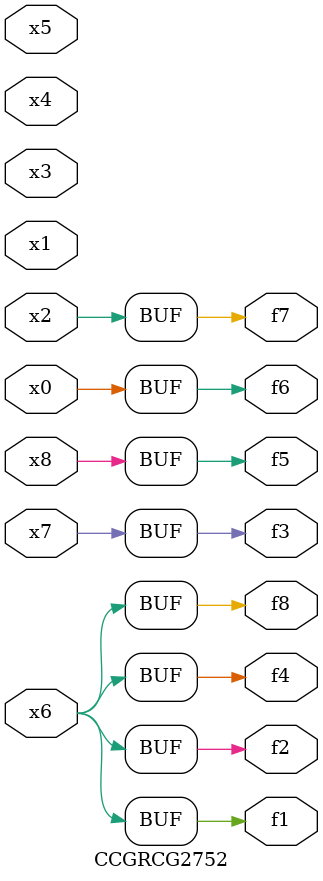
<source format=v>
module CCGRCG2752(
	input x0, x1, x2, x3, x4, x5, x6, x7, x8,
	output f1, f2, f3, f4, f5, f6, f7, f8
);
	assign f1 = x6;
	assign f2 = x6;
	assign f3 = x7;
	assign f4 = x6;
	assign f5 = x8;
	assign f6 = x0;
	assign f7 = x2;
	assign f8 = x6;
endmodule

</source>
